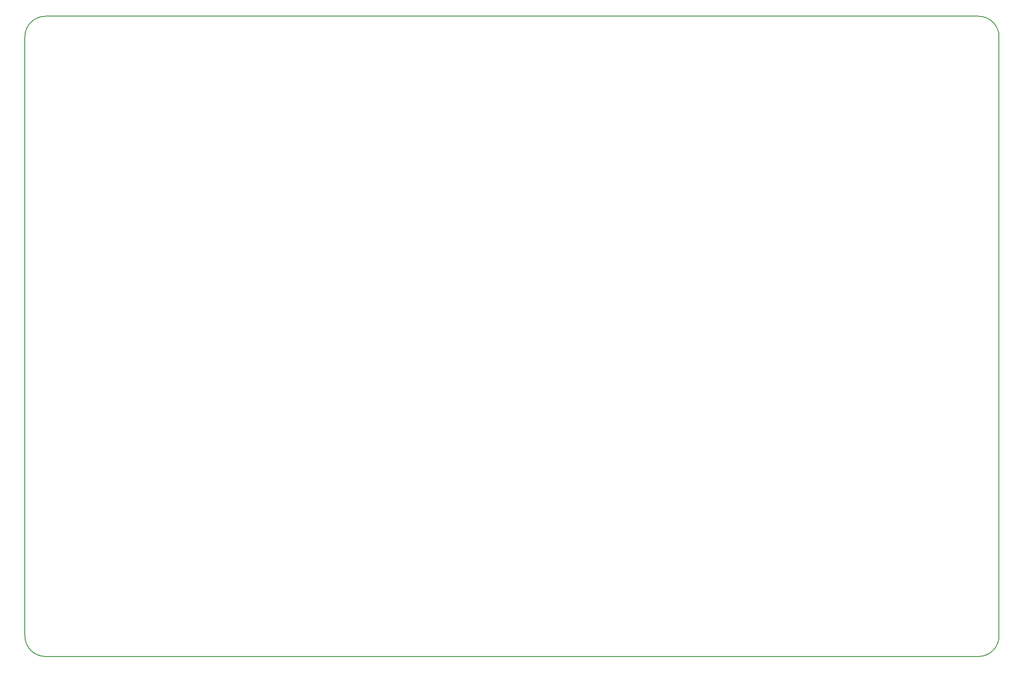
<source format=gbr>
%TF.GenerationSoftware,KiCad,Pcbnew,7.0.1*%
%TF.CreationDate,2023-05-17T15:07:38+08:00*%
%TF.ProjectId,PSVB_EvalBoard,50535642-5f45-4766-916c-426f6172642e,rev?*%
%TF.SameCoordinates,Original*%
%TF.FileFunction,Profile,NP*%
%FSLAX46Y46*%
G04 Gerber Fmt 4.6, Leading zero omitted, Abs format (unit mm)*
G04 Created by KiCad (PCBNEW 7.0.1) date 2023-05-17 15:07:38*
%MOMM*%
%LPD*%
G01*
G04 APERTURE LIST*
%TA.AperFunction,Profile*%
%ADD10C,0.200000*%
%TD*%
G04 APERTURE END LIST*
D10*
X240000000Y-34000000D02*
X240000000Y-151000000D01*
X50000000Y-151000000D02*
G75*
G03*
X54000000Y-155000000I4000000J0D01*
G01*
X54000000Y-155000000D02*
X236000000Y-155000000D01*
X240000000Y-34000000D02*
G75*
G03*
X236000000Y-30000000I-4000000J0D01*
G01*
X54000000Y-30000000D02*
G75*
G03*
X50000000Y-34000000I0J-4000000D01*
G01*
X54000000Y-30000000D02*
X236000000Y-30000000D01*
X50000000Y-34000000D02*
X50000000Y-151000000D01*
X236000000Y-155000000D02*
G75*
G03*
X240000000Y-151000000I0J4000000D01*
G01*
M02*

</source>
